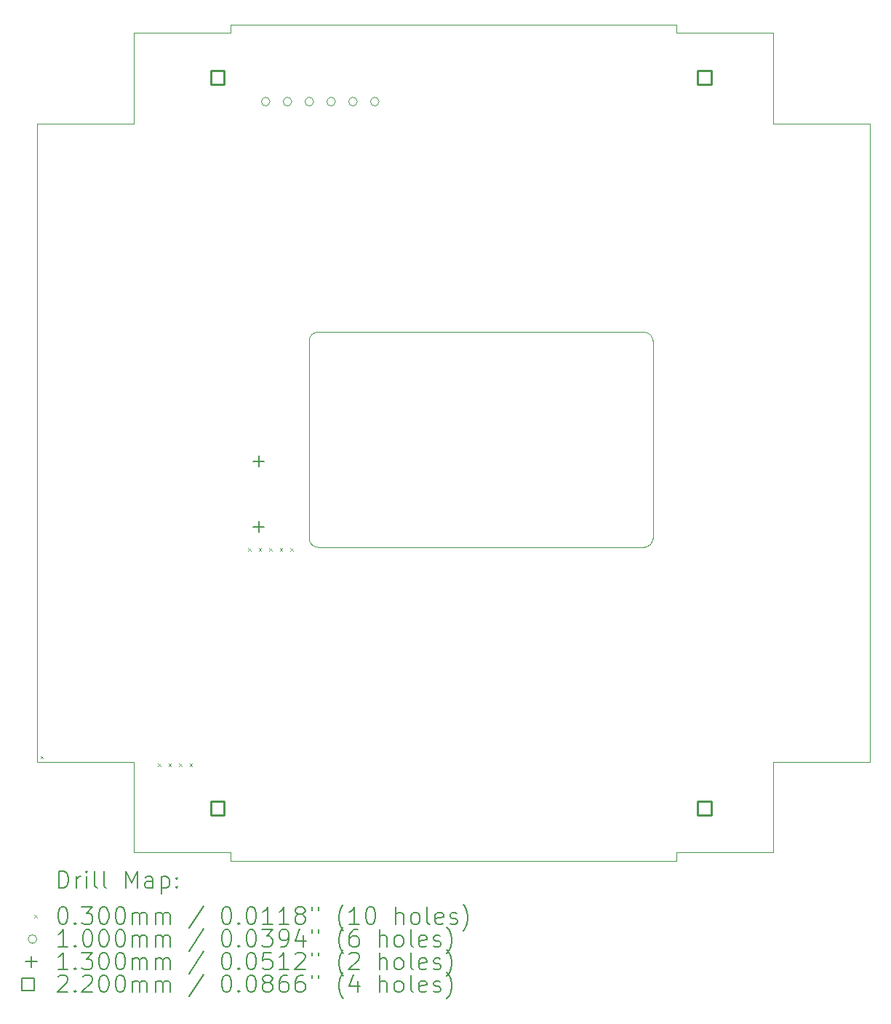
<source format=gbr>
%FSLAX45Y45*%
G04 Gerber Fmt 4.5, Leading zero omitted, Abs format (unit mm)*
G04 Created by KiCad (PCBNEW (6.0.5)) date 2022-08-19 16:14:11*
%MOMM*%
%LPD*%
G01*
G04 APERTURE LIST*
%TA.AperFunction,Profile*%
%ADD10C,0.050000*%
%TD*%
%ADD11C,0.200000*%
%ADD12C,0.030000*%
%ADD13C,0.100000*%
%ADD14C,0.130000*%
%ADD15C,0.220000*%
G04 APERTURE END LIST*
D10*
X12123800Y-4639920D02*
X10996400Y-4639920D01*
X17311000Y-4539920D02*
X12123800Y-4539920D01*
X18438400Y-5691480D02*
X18438400Y-4639920D01*
X13038000Y-10520000D02*
G75*
G03*
X13138000Y-10620000I100000J0D01*
G01*
X12123600Y-14272800D02*
X12123600Y-14172800D01*
X17038000Y-8220000D02*
G75*
G03*
X16938000Y-8120000I-100000J0D01*
G01*
X16938000Y-10620000D02*
G75*
G03*
X17038000Y-10520000I0J100000D01*
G01*
X12123800Y-4639920D02*
X12123800Y-4539920D01*
X16938000Y-10620000D02*
X13138000Y-10620000D01*
X12123600Y-14172800D02*
X10996200Y-14172800D01*
X18438200Y-14172800D02*
X17310800Y-14172800D01*
X19565600Y-13121240D02*
X19565800Y-5691480D01*
X10996200Y-14172800D02*
X10996200Y-13121240D01*
X9869000Y-5691480D02*
X9868800Y-13121240D01*
X17311000Y-4539920D02*
X17311000Y-4639920D01*
X10996400Y-5691480D02*
X9869000Y-5691480D01*
X19565800Y-5691480D02*
X18438400Y-5691480D01*
X18438400Y-4639920D02*
X17311000Y-4639920D01*
X17310800Y-14272800D02*
X12123600Y-14272800D01*
X13138000Y-8120000D02*
G75*
G03*
X13038000Y-8220000I0J-100000D01*
G01*
X17038000Y-8220000D02*
X17038000Y-10520000D01*
X19565600Y-13121240D02*
X18438200Y-13121240D01*
X10996400Y-5691480D02*
X10996400Y-4639920D01*
X10996200Y-13121240D02*
X9868800Y-13121240D01*
X17310800Y-14172800D02*
X17310800Y-14272800D01*
X16938000Y-8120000D02*
X13138000Y-8120000D01*
X13038000Y-8220000D02*
X13038000Y-10520000D01*
X18438200Y-14172800D02*
X18438200Y-13121240D01*
D11*
D12*
X9911000Y-13050000D02*
X9941000Y-13080000D01*
X9941000Y-13050000D02*
X9911000Y-13080000D01*
X11278000Y-13139480D02*
X11308000Y-13169480D01*
X11308000Y-13139480D02*
X11278000Y-13169480D01*
X11400400Y-13139480D02*
X11430400Y-13169480D01*
X11430400Y-13139480D02*
X11400400Y-13169480D01*
X11522800Y-13139480D02*
X11552800Y-13169480D01*
X11552800Y-13139480D02*
X11522800Y-13169480D01*
X11645200Y-13139480D02*
X11675200Y-13169480D01*
X11675200Y-13139480D02*
X11645200Y-13169480D01*
X12328200Y-10630280D02*
X12358200Y-10660280D01*
X12358200Y-10630280D02*
X12328200Y-10660280D01*
X12450600Y-10630280D02*
X12480600Y-10660280D01*
X12480600Y-10630280D02*
X12450600Y-10660280D01*
X12573000Y-10630280D02*
X12603000Y-10660280D01*
X12603000Y-10630280D02*
X12573000Y-10660280D01*
X12695400Y-10630280D02*
X12725400Y-10660280D01*
X12725400Y-10630280D02*
X12695400Y-10660280D01*
X12817800Y-10630280D02*
X12847800Y-10660280D01*
X12847800Y-10630280D02*
X12817800Y-10660280D01*
D13*
X12581000Y-5437000D02*
G75*
G03*
X12581000Y-5437000I-50000J0D01*
G01*
X12835000Y-5437000D02*
G75*
G03*
X12835000Y-5437000I-50000J0D01*
G01*
X13089000Y-5437000D02*
G75*
G03*
X13089000Y-5437000I-50000J0D01*
G01*
X13343000Y-5437000D02*
G75*
G03*
X13343000Y-5437000I-50000J0D01*
G01*
X13597000Y-5437000D02*
G75*
G03*
X13597000Y-5437000I-50000J0D01*
G01*
X13851000Y-5437000D02*
G75*
G03*
X13851000Y-5437000I-50000J0D01*
G01*
D14*
X12450000Y-9554000D02*
X12450000Y-9684000D01*
X12385000Y-9619000D02*
X12515000Y-9619000D01*
X12450000Y-10316000D02*
X12450000Y-10446000D01*
X12385000Y-10381000D02*
X12515000Y-10381000D01*
D15*
X12048582Y-5233583D02*
X12048582Y-5078018D01*
X11893017Y-5078018D01*
X11893017Y-5233583D01*
X12048582Y-5233583D01*
X12048582Y-13733582D02*
X12048582Y-13578017D01*
X11893017Y-13578017D01*
X11893017Y-13733582D01*
X12048582Y-13733582D01*
X17715983Y-5233583D02*
X17715983Y-5078018D01*
X17560418Y-5078018D01*
X17560418Y-5233583D01*
X17715983Y-5233583D01*
X17715983Y-13733582D02*
X17715983Y-13578017D01*
X17560418Y-13578017D01*
X17560418Y-13733582D01*
X17715983Y-13733582D01*
D11*
X10123919Y-14585776D02*
X10123919Y-14385776D01*
X10171538Y-14385776D01*
X10200110Y-14395300D01*
X10219157Y-14414348D01*
X10228681Y-14433395D01*
X10238205Y-14471490D01*
X10238205Y-14500062D01*
X10228681Y-14538157D01*
X10219157Y-14557205D01*
X10200110Y-14576252D01*
X10171538Y-14585776D01*
X10123919Y-14585776D01*
X10323919Y-14585776D02*
X10323919Y-14452443D01*
X10323919Y-14490538D02*
X10333443Y-14471490D01*
X10342967Y-14461967D01*
X10362014Y-14452443D01*
X10381062Y-14452443D01*
X10447729Y-14585776D02*
X10447729Y-14452443D01*
X10447729Y-14385776D02*
X10438205Y-14395300D01*
X10447729Y-14404824D01*
X10457252Y-14395300D01*
X10447729Y-14385776D01*
X10447729Y-14404824D01*
X10571538Y-14585776D02*
X10552490Y-14576252D01*
X10542967Y-14557205D01*
X10542967Y-14385776D01*
X10676300Y-14585776D02*
X10657252Y-14576252D01*
X10647729Y-14557205D01*
X10647729Y-14385776D01*
X10904871Y-14585776D02*
X10904871Y-14385776D01*
X10971538Y-14528633D01*
X11038205Y-14385776D01*
X11038205Y-14585776D01*
X11219157Y-14585776D02*
X11219157Y-14481014D01*
X11209633Y-14461967D01*
X11190586Y-14452443D01*
X11152490Y-14452443D01*
X11133443Y-14461967D01*
X11219157Y-14576252D02*
X11200109Y-14585776D01*
X11152490Y-14585776D01*
X11133443Y-14576252D01*
X11123919Y-14557205D01*
X11123919Y-14538157D01*
X11133443Y-14519109D01*
X11152490Y-14509586D01*
X11200109Y-14509586D01*
X11219157Y-14500062D01*
X11314395Y-14452443D02*
X11314395Y-14652443D01*
X11314395Y-14461967D02*
X11333443Y-14452443D01*
X11371538Y-14452443D01*
X11390586Y-14461967D01*
X11400109Y-14471490D01*
X11409633Y-14490538D01*
X11409633Y-14547681D01*
X11400109Y-14566728D01*
X11390586Y-14576252D01*
X11371538Y-14585776D01*
X11333443Y-14585776D01*
X11314395Y-14576252D01*
X11495348Y-14566728D02*
X11504871Y-14576252D01*
X11495348Y-14585776D01*
X11485824Y-14576252D01*
X11495348Y-14566728D01*
X11495348Y-14585776D01*
X11495348Y-14461967D02*
X11504871Y-14471490D01*
X11495348Y-14481014D01*
X11485824Y-14471490D01*
X11495348Y-14461967D01*
X11495348Y-14481014D01*
D12*
X9836300Y-14900300D02*
X9866300Y-14930300D01*
X9866300Y-14900300D02*
X9836300Y-14930300D01*
D11*
X10162014Y-14805776D02*
X10181062Y-14805776D01*
X10200110Y-14815300D01*
X10209633Y-14824824D01*
X10219157Y-14843871D01*
X10228681Y-14881967D01*
X10228681Y-14929586D01*
X10219157Y-14967681D01*
X10209633Y-14986728D01*
X10200110Y-14996252D01*
X10181062Y-15005776D01*
X10162014Y-15005776D01*
X10142967Y-14996252D01*
X10133443Y-14986728D01*
X10123919Y-14967681D01*
X10114395Y-14929586D01*
X10114395Y-14881967D01*
X10123919Y-14843871D01*
X10133443Y-14824824D01*
X10142967Y-14815300D01*
X10162014Y-14805776D01*
X10314395Y-14986728D02*
X10323919Y-14996252D01*
X10314395Y-15005776D01*
X10304871Y-14996252D01*
X10314395Y-14986728D01*
X10314395Y-15005776D01*
X10390586Y-14805776D02*
X10514395Y-14805776D01*
X10447729Y-14881967D01*
X10476300Y-14881967D01*
X10495348Y-14891490D01*
X10504871Y-14901014D01*
X10514395Y-14920062D01*
X10514395Y-14967681D01*
X10504871Y-14986728D01*
X10495348Y-14996252D01*
X10476300Y-15005776D01*
X10419157Y-15005776D01*
X10400110Y-14996252D01*
X10390586Y-14986728D01*
X10638205Y-14805776D02*
X10657252Y-14805776D01*
X10676300Y-14815300D01*
X10685824Y-14824824D01*
X10695348Y-14843871D01*
X10704871Y-14881967D01*
X10704871Y-14929586D01*
X10695348Y-14967681D01*
X10685824Y-14986728D01*
X10676300Y-14996252D01*
X10657252Y-15005776D01*
X10638205Y-15005776D01*
X10619157Y-14996252D01*
X10609633Y-14986728D01*
X10600110Y-14967681D01*
X10590586Y-14929586D01*
X10590586Y-14881967D01*
X10600110Y-14843871D01*
X10609633Y-14824824D01*
X10619157Y-14815300D01*
X10638205Y-14805776D01*
X10828681Y-14805776D02*
X10847729Y-14805776D01*
X10866776Y-14815300D01*
X10876300Y-14824824D01*
X10885824Y-14843871D01*
X10895348Y-14881967D01*
X10895348Y-14929586D01*
X10885824Y-14967681D01*
X10876300Y-14986728D01*
X10866776Y-14996252D01*
X10847729Y-15005776D01*
X10828681Y-15005776D01*
X10809633Y-14996252D01*
X10800110Y-14986728D01*
X10790586Y-14967681D01*
X10781062Y-14929586D01*
X10781062Y-14881967D01*
X10790586Y-14843871D01*
X10800110Y-14824824D01*
X10809633Y-14815300D01*
X10828681Y-14805776D01*
X10981062Y-15005776D02*
X10981062Y-14872443D01*
X10981062Y-14891490D02*
X10990586Y-14881967D01*
X11009633Y-14872443D01*
X11038205Y-14872443D01*
X11057252Y-14881967D01*
X11066776Y-14901014D01*
X11066776Y-15005776D01*
X11066776Y-14901014D02*
X11076300Y-14881967D01*
X11095348Y-14872443D01*
X11123919Y-14872443D01*
X11142967Y-14881967D01*
X11152490Y-14901014D01*
X11152490Y-15005776D01*
X11247728Y-15005776D02*
X11247728Y-14872443D01*
X11247728Y-14891490D02*
X11257252Y-14881967D01*
X11276300Y-14872443D01*
X11304871Y-14872443D01*
X11323919Y-14881967D01*
X11333443Y-14901014D01*
X11333443Y-15005776D01*
X11333443Y-14901014D02*
X11342967Y-14881967D01*
X11362014Y-14872443D01*
X11390586Y-14872443D01*
X11409633Y-14881967D01*
X11419157Y-14901014D01*
X11419157Y-15005776D01*
X11809633Y-14796252D02*
X11638205Y-15053395D01*
X12066776Y-14805776D02*
X12085824Y-14805776D01*
X12104871Y-14815300D01*
X12114395Y-14824824D01*
X12123919Y-14843871D01*
X12133443Y-14881967D01*
X12133443Y-14929586D01*
X12123919Y-14967681D01*
X12114395Y-14986728D01*
X12104871Y-14996252D01*
X12085824Y-15005776D01*
X12066776Y-15005776D01*
X12047728Y-14996252D01*
X12038205Y-14986728D01*
X12028681Y-14967681D01*
X12019157Y-14929586D01*
X12019157Y-14881967D01*
X12028681Y-14843871D01*
X12038205Y-14824824D01*
X12047728Y-14815300D01*
X12066776Y-14805776D01*
X12219157Y-14986728D02*
X12228681Y-14996252D01*
X12219157Y-15005776D01*
X12209633Y-14996252D01*
X12219157Y-14986728D01*
X12219157Y-15005776D01*
X12352490Y-14805776D02*
X12371538Y-14805776D01*
X12390586Y-14815300D01*
X12400109Y-14824824D01*
X12409633Y-14843871D01*
X12419157Y-14881967D01*
X12419157Y-14929586D01*
X12409633Y-14967681D01*
X12400109Y-14986728D01*
X12390586Y-14996252D01*
X12371538Y-15005776D01*
X12352490Y-15005776D01*
X12333443Y-14996252D01*
X12323919Y-14986728D01*
X12314395Y-14967681D01*
X12304871Y-14929586D01*
X12304871Y-14881967D01*
X12314395Y-14843871D01*
X12323919Y-14824824D01*
X12333443Y-14815300D01*
X12352490Y-14805776D01*
X12609633Y-15005776D02*
X12495348Y-15005776D01*
X12552490Y-15005776D02*
X12552490Y-14805776D01*
X12533443Y-14834348D01*
X12514395Y-14853395D01*
X12495348Y-14862919D01*
X12800109Y-15005776D02*
X12685824Y-15005776D01*
X12742967Y-15005776D02*
X12742967Y-14805776D01*
X12723919Y-14834348D01*
X12704871Y-14853395D01*
X12685824Y-14862919D01*
X12914395Y-14891490D02*
X12895348Y-14881967D01*
X12885824Y-14872443D01*
X12876300Y-14853395D01*
X12876300Y-14843871D01*
X12885824Y-14824824D01*
X12895348Y-14815300D01*
X12914395Y-14805776D01*
X12952490Y-14805776D01*
X12971538Y-14815300D01*
X12981062Y-14824824D01*
X12990586Y-14843871D01*
X12990586Y-14853395D01*
X12981062Y-14872443D01*
X12971538Y-14881967D01*
X12952490Y-14891490D01*
X12914395Y-14891490D01*
X12895348Y-14901014D01*
X12885824Y-14910538D01*
X12876300Y-14929586D01*
X12876300Y-14967681D01*
X12885824Y-14986728D01*
X12895348Y-14996252D01*
X12914395Y-15005776D01*
X12952490Y-15005776D01*
X12971538Y-14996252D01*
X12981062Y-14986728D01*
X12990586Y-14967681D01*
X12990586Y-14929586D01*
X12981062Y-14910538D01*
X12971538Y-14901014D01*
X12952490Y-14891490D01*
X13066776Y-14805776D02*
X13066776Y-14843871D01*
X13142967Y-14805776D02*
X13142967Y-14843871D01*
X13438205Y-15081967D02*
X13428681Y-15072443D01*
X13409633Y-15043871D01*
X13400109Y-15024824D01*
X13390586Y-14996252D01*
X13381062Y-14948633D01*
X13381062Y-14910538D01*
X13390586Y-14862919D01*
X13400109Y-14834348D01*
X13409633Y-14815300D01*
X13428681Y-14786728D01*
X13438205Y-14777205D01*
X13619157Y-15005776D02*
X13504871Y-15005776D01*
X13562014Y-15005776D02*
X13562014Y-14805776D01*
X13542967Y-14834348D01*
X13523919Y-14853395D01*
X13504871Y-14862919D01*
X13742967Y-14805776D02*
X13762014Y-14805776D01*
X13781062Y-14815300D01*
X13790586Y-14824824D01*
X13800109Y-14843871D01*
X13809633Y-14881967D01*
X13809633Y-14929586D01*
X13800109Y-14967681D01*
X13790586Y-14986728D01*
X13781062Y-14996252D01*
X13762014Y-15005776D01*
X13742967Y-15005776D01*
X13723919Y-14996252D01*
X13714395Y-14986728D01*
X13704871Y-14967681D01*
X13695348Y-14929586D01*
X13695348Y-14881967D01*
X13704871Y-14843871D01*
X13714395Y-14824824D01*
X13723919Y-14815300D01*
X13742967Y-14805776D01*
X14047728Y-15005776D02*
X14047728Y-14805776D01*
X14133443Y-15005776D02*
X14133443Y-14901014D01*
X14123919Y-14881967D01*
X14104871Y-14872443D01*
X14076300Y-14872443D01*
X14057252Y-14881967D01*
X14047728Y-14891490D01*
X14257252Y-15005776D02*
X14238205Y-14996252D01*
X14228681Y-14986728D01*
X14219157Y-14967681D01*
X14219157Y-14910538D01*
X14228681Y-14891490D01*
X14238205Y-14881967D01*
X14257252Y-14872443D01*
X14285824Y-14872443D01*
X14304871Y-14881967D01*
X14314395Y-14891490D01*
X14323919Y-14910538D01*
X14323919Y-14967681D01*
X14314395Y-14986728D01*
X14304871Y-14996252D01*
X14285824Y-15005776D01*
X14257252Y-15005776D01*
X14438205Y-15005776D02*
X14419157Y-14996252D01*
X14409633Y-14977205D01*
X14409633Y-14805776D01*
X14590586Y-14996252D02*
X14571538Y-15005776D01*
X14533443Y-15005776D01*
X14514395Y-14996252D01*
X14504871Y-14977205D01*
X14504871Y-14901014D01*
X14514395Y-14881967D01*
X14533443Y-14872443D01*
X14571538Y-14872443D01*
X14590586Y-14881967D01*
X14600109Y-14901014D01*
X14600109Y-14920062D01*
X14504871Y-14939109D01*
X14676300Y-14996252D02*
X14695348Y-15005776D01*
X14733443Y-15005776D01*
X14752490Y-14996252D01*
X14762014Y-14977205D01*
X14762014Y-14967681D01*
X14752490Y-14948633D01*
X14733443Y-14939109D01*
X14704871Y-14939109D01*
X14685824Y-14929586D01*
X14676300Y-14910538D01*
X14676300Y-14901014D01*
X14685824Y-14881967D01*
X14704871Y-14872443D01*
X14733443Y-14872443D01*
X14752490Y-14881967D01*
X14828681Y-15081967D02*
X14838205Y-15072443D01*
X14857252Y-15043871D01*
X14866776Y-15024824D01*
X14876300Y-14996252D01*
X14885824Y-14948633D01*
X14885824Y-14910538D01*
X14876300Y-14862919D01*
X14866776Y-14834348D01*
X14857252Y-14815300D01*
X14838205Y-14786728D01*
X14828681Y-14777205D01*
D13*
X9866300Y-15179300D02*
G75*
G03*
X9866300Y-15179300I-50000J0D01*
G01*
D11*
X10228681Y-15269776D02*
X10114395Y-15269776D01*
X10171538Y-15269776D02*
X10171538Y-15069776D01*
X10152490Y-15098348D01*
X10133443Y-15117395D01*
X10114395Y-15126919D01*
X10314395Y-15250728D02*
X10323919Y-15260252D01*
X10314395Y-15269776D01*
X10304871Y-15260252D01*
X10314395Y-15250728D01*
X10314395Y-15269776D01*
X10447729Y-15069776D02*
X10466776Y-15069776D01*
X10485824Y-15079300D01*
X10495348Y-15088824D01*
X10504871Y-15107871D01*
X10514395Y-15145967D01*
X10514395Y-15193586D01*
X10504871Y-15231681D01*
X10495348Y-15250728D01*
X10485824Y-15260252D01*
X10466776Y-15269776D01*
X10447729Y-15269776D01*
X10428681Y-15260252D01*
X10419157Y-15250728D01*
X10409633Y-15231681D01*
X10400110Y-15193586D01*
X10400110Y-15145967D01*
X10409633Y-15107871D01*
X10419157Y-15088824D01*
X10428681Y-15079300D01*
X10447729Y-15069776D01*
X10638205Y-15069776D02*
X10657252Y-15069776D01*
X10676300Y-15079300D01*
X10685824Y-15088824D01*
X10695348Y-15107871D01*
X10704871Y-15145967D01*
X10704871Y-15193586D01*
X10695348Y-15231681D01*
X10685824Y-15250728D01*
X10676300Y-15260252D01*
X10657252Y-15269776D01*
X10638205Y-15269776D01*
X10619157Y-15260252D01*
X10609633Y-15250728D01*
X10600110Y-15231681D01*
X10590586Y-15193586D01*
X10590586Y-15145967D01*
X10600110Y-15107871D01*
X10609633Y-15088824D01*
X10619157Y-15079300D01*
X10638205Y-15069776D01*
X10828681Y-15069776D02*
X10847729Y-15069776D01*
X10866776Y-15079300D01*
X10876300Y-15088824D01*
X10885824Y-15107871D01*
X10895348Y-15145967D01*
X10895348Y-15193586D01*
X10885824Y-15231681D01*
X10876300Y-15250728D01*
X10866776Y-15260252D01*
X10847729Y-15269776D01*
X10828681Y-15269776D01*
X10809633Y-15260252D01*
X10800110Y-15250728D01*
X10790586Y-15231681D01*
X10781062Y-15193586D01*
X10781062Y-15145967D01*
X10790586Y-15107871D01*
X10800110Y-15088824D01*
X10809633Y-15079300D01*
X10828681Y-15069776D01*
X10981062Y-15269776D02*
X10981062Y-15136443D01*
X10981062Y-15155490D02*
X10990586Y-15145967D01*
X11009633Y-15136443D01*
X11038205Y-15136443D01*
X11057252Y-15145967D01*
X11066776Y-15165014D01*
X11066776Y-15269776D01*
X11066776Y-15165014D02*
X11076300Y-15145967D01*
X11095348Y-15136443D01*
X11123919Y-15136443D01*
X11142967Y-15145967D01*
X11152490Y-15165014D01*
X11152490Y-15269776D01*
X11247728Y-15269776D02*
X11247728Y-15136443D01*
X11247728Y-15155490D02*
X11257252Y-15145967D01*
X11276300Y-15136443D01*
X11304871Y-15136443D01*
X11323919Y-15145967D01*
X11333443Y-15165014D01*
X11333443Y-15269776D01*
X11333443Y-15165014D02*
X11342967Y-15145967D01*
X11362014Y-15136443D01*
X11390586Y-15136443D01*
X11409633Y-15145967D01*
X11419157Y-15165014D01*
X11419157Y-15269776D01*
X11809633Y-15060252D02*
X11638205Y-15317395D01*
X12066776Y-15069776D02*
X12085824Y-15069776D01*
X12104871Y-15079300D01*
X12114395Y-15088824D01*
X12123919Y-15107871D01*
X12133443Y-15145967D01*
X12133443Y-15193586D01*
X12123919Y-15231681D01*
X12114395Y-15250728D01*
X12104871Y-15260252D01*
X12085824Y-15269776D01*
X12066776Y-15269776D01*
X12047728Y-15260252D01*
X12038205Y-15250728D01*
X12028681Y-15231681D01*
X12019157Y-15193586D01*
X12019157Y-15145967D01*
X12028681Y-15107871D01*
X12038205Y-15088824D01*
X12047728Y-15079300D01*
X12066776Y-15069776D01*
X12219157Y-15250728D02*
X12228681Y-15260252D01*
X12219157Y-15269776D01*
X12209633Y-15260252D01*
X12219157Y-15250728D01*
X12219157Y-15269776D01*
X12352490Y-15069776D02*
X12371538Y-15069776D01*
X12390586Y-15079300D01*
X12400109Y-15088824D01*
X12409633Y-15107871D01*
X12419157Y-15145967D01*
X12419157Y-15193586D01*
X12409633Y-15231681D01*
X12400109Y-15250728D01*
X12390586Y-15260252D01*
X12371538Y-15269776D01*
X12352490Y-15269776D01*
X12333443Y-15260252D01*
X12323919Y-15250728D01*
X12314395Y-15231681D01*
X12304871Y-15193586D01*
X12304871Y-15145967D01*
X12314395Y-15107871D01*
X12323919Y-15088824D01*
X12333443Y-15079300D01*
X12352490Y-15069776D01*
X12485824Y-15069776D02*
X12609633Y-15069776D01*
X12542967Y-15145967D01*
X12571538Y-15145967D01*
X12590586Y-15155490D01*
X12600109Y-15165014D01*
X12609633Y-15184062D01*
X12609633Y-15231681D01*
X12600109Y-15250728D01*
X12590586Y-15260252D01*
X12571538Y-15269776D01*
X12514395Y-15269776D01*
X12495348Y-15260252D01*
X12485824Y-15250728D01*
X12704871Y-15269776D02*
X12742967Y-15269776D01*
X12762014Y-15260252D01*
X12771538Y-15250728D01*
X12790586Y-15222157D01*
X12800109Y-15184062D01*
X12800109Y-15107871D01*
X12790586Y-15088824D01*
X12781062Y-15079300D01*
X12762014Y-15069776D01*
X12723919Y-15069776D01*
X12704871Y-15079300D01*
X12695348Y-15088824D01*
X12685824Y-15107871D01*
X12685824Y-15155490D01*
X12695348Y-15174538D01*
X12704871Y-15184062D01*
X12723919Y-15193586D01*
X12762014Y-15193586D01*
X12781062Y-15184062D01*
X12790586Y-15174538D01*
X12800109Y-15155490D01*
X12971538Y-15136443D02*
X12971538Y-15269776D01*
X12923919Y-15060252D02*
X12876300Y-15203109D01*
X13000109Y-15203109D01*
X13066776Y-15069776D02*
X13066776Y-15107871D01*
X13142967Y-15069776D02*
X13142967Y-15107871D01*
X13438205Y-15345967D02*
X13428681Y-15336443D01*
X13409633Y-15307871D01*
X13400109Y-15288824D01*
X13390586Y-15260252D01*
X13381062Y-15212633D01*
X13381062Y-15174538D01*
X13390586Y-15126919D01*
X13400109Y-15098348D01*
X13409633Y-15079300D01*
X13428681Y-15050728D01*
X13438205Y-15041205D01*
X13600109Y-15069776D02*
X13562014Y-15069776D01*
X13542967Y-15079300D01*
X13533443Y-15088824D01*
X13514395Y-15117395D01*
X13504871Y-15155490D01*
X13504871Y-15231681D01*
X13514395Y-15250728D01*
X13523919Y-15260252D01*
X13542967Y-15269776D01*
X13581062Y-15269776D01*
X13600109Y-15260252D01*
X13609633Y-15250728D01*
X13619157Y-15231681D01*
X13619157Y-15184062D01*
X13609633Y-15165014D01*
X13600109Y-15155490D01*
X13581062Y-15145967D01*
X13542967Y-15145967D01*
X13523919Y-15155490D01*
X13514395Y-15165014D01*
X13504871Y-15184062D01*
X13857252Y-15269776D02*
X13857252Y-15069776D01*
X13942967Y-15269776D02*
X13942967Y-15165014D01*
X13933443Y-15145967D01*
X13914395Y-15136443D01*
X13885824Y-15136443D01*
X13866776Y-15145967D01*
X13857252Y-15155490D01*
X14066776Y-15269776D02*
X14047728Y-15260252D01*
X14038205Y-15250728D01*
X14028681Y-15231681D01*
X14028681Y-15174538D01*
X14038205Y-15155490D01*
X14047728Y-15145967D01*
X14066776Y-15136443D01*
X14095348Y-15136443D01*
X14114395Y-15145967D01*
X14123919Y-15155490D01*
X14133443Y-15174538D01*
X14133443Y-15231681D01*
X14123919Y-15250728D01*
X14114395Y-15260252D01*
X14095348Y-15269776D01*
X14066776Y-15269776D01*
X14247728Y-15269776D02*
X14228681Y-15260252D01*
X14219157Y-15241205D01*
X14219157Y-15069776D01*
X14400109Y-15260252D02*
X14381062Y-15269776D01*
X14342967Y-15269776D01*
X14323919Y-15260252D01*
X14314395Y-15241205D01*
X14314395Y-15165014D01*
X14323919Y-15145967D01*
X14342967Y-15136443D01*
X14381062Y-15136443D01*
X14400109Y-15145967D01*
X14409633Y-15165014D01*
X14409633Y-15184062D01*
X14314395Y-15203109D01*
X14485824Y-15260252D02*
X14504871Y-15269776D01*
X14542967Y-15269776D01*
X14562014Y-15260252D01*
X14571538Y-15241205D01*
X14571538Y-15231681D01*
X14562014Y-15212633D01*
X14542967Y-15203109D01*
X14514395Y-15203109D01*
X14495348Y-15193586D01*
X14485824Y-15174538D01*
X14485824Y-15165014D01*
X14495348Y-15145967D01*
X14514395Y-15136443D01*
X14542967Y-15136443D01*
X14562014Y-15145967D01*
X14638205Y-15345967D02*
X14647728Y-15336443D01*
X14666776Y-15307871D01*
X14676300Y-15288824D01*
X14685824Y-15260252D01*
X14695348Y-15212633D01*
X14695348Y-15174538D01*
X14685824Y-15126919D01*
X14676300Y-15098348D01*
X14666776Y-15079300D01*
X14647728Y-15050728D01*
X14638205Y-15041205D01*
D14*
X9801300Y-15378300D02*
X9801300Y-15508300D01*
X9736300Y-15443300D02*
X9866300Y-15443300D01*
D11*
X10228681Y-15533776D02*
X10114395Y-15533776D01*
X10171538Y-15533776D02*
X10171538Y-15333776D01*
X10152490Y-15362348D01*
X10133443Y-15381395D01*
X10114395Y-15390919D01*
X10314395Y-15514728D02*
X10323919Y-15524252D01*
X10314395Y-15533776D01*
X10304871Y-15524252D01*
X10314395Y-15514728D01*
X10314395Y-15533776D01*
X10390586Y-15333776D02*
X10514395Y-15333776D01*
X10447729Y-15409967D01*
X10476300Y-15409967D01*
X10495348Y-15419490D01*
X10504871Y-15429014D01*
X10514395Y-15448062D01*
X10514395Y-15495681D01*
X10504871Y-15514728D01*
X10495348Y-15524252D01*
X10476300Y-15533776D01*
X10419157Y-15533776D01*
X10400110Y-15524252D01*
X10390586Y-15514728D01*
X10638205Y-15333776D02*
X10657252Y-15333776D01*
X10676300Y-15343300D01*
X10685824Y-15352824D01*
X10695348Y-15371871D01*
X10704871Y-15409967D01*
X10704871Y-15457586D01*
X10695348Y-15495681D01*
X10685824Y-15514728D01*
X10676300Y-15524252D01*
X10657252Y-15533776D01*
X10638205Y-15533776D01*
X10619157Y-15524252D01*
X10609633Y-15514728D01*
X10600110Y-15495681D01*
X10590586Y-15457586D01*
X10590586Y-15409967D01*
X10600110Y-15371871D01*
X10609633Y-15352824D01*
X10619157Y-15343300D01*
X10638205Y-15333776D01*
X10828681Y-15333776D02*
X10847729Y-15333776D01*
X10866776Y-15343300D01*
X10876300Y-15352824D01*
X10885824Y-15371871D01*
X10895348Y-15409967D01*
X10895348Y-15457586D01*
X10885824Y-15495681D01*
X10876300Y-15514728D01*
X10866776Y-15524252D01*
X10847729Y-15533776D01*
X10828681Y-15533776D01*
X10809633Y-15524252D01*
X10800110Y-15514728D01*
X10790586Y-15495681D01*
X10781062Y-15457586D01*
X10781062Y-15409967D01*
X10790586Y-15371871D01*
X10800110Y-15352824D01*
X10809633Y-15343300D01*
X10828681Y-15333776D01*
X10981062Y-15533776D02*
X10981062Y-15400443D01*
X10981062Y-15419490D02*
X10990586Y-15409967D01*
X11009633Y-15400443D01*
X11038205Y-15400443D01*
X11057252Y-15409967D01*
X11066776Y-15429014D01*
X11066776Y-15533776D01*
X11066776Y-15429014D02*
X11076300Y-15409967D01*
X11095348Y-15400443D01*
X11123919Y-15400443D01*
X11142967Y-15409967D01*
X11152490Y-15429014D01*
X11152490Y-15533776D01*
X11247728Y-15533776D02*
X11247728Y-15400443D01*
X11247728Y-15419490D02*
X11257252Y-15409967D01*
X11276300Y-15400443D01*
X11304871Y-15400443D01*
X11323919Y-15409967D01*
X11333443Y-15429014D01*
X11333443Y-15533776D01*
X11333443Y-15429014D02*
X11342967Y-15409967D01*
X11362014Y-15400443D01*
X11390586Y-15400443D01*
X11409633Y-15409967D01*
X11419157Y-15429014D01*
X11419157Y-15533776D01*
X11809633Y-15324252D02*
X11638205Y-15581395D01*
X12066776Y-15333776D02*
X12085824Y-15333776D01*
X12104871Y-15343300D01*
X12114395Y-15352824D01*
X12123919Y-15371871D01*
X12133443Y-15409967D01*
X12133443Y-15457586D01*
X12123919Y-15495681D01*
X12114395Y-15514728D01*
X12104871Y-15524252D01*
X12085824Y-15533776D01*
X12066776Y-15533776D01*
X12047728Y-15524252D01*
X12038205Y-15514728D01*
X12028681Y-15495681D01*
X12019157Y-15457586D01*
X12019157Y-15409967D01*
X12028681Y-15371871D01*
X12038205Y-15352824D01*
X12047728Y-15343300D01*
X12066776Y-15333776D01*
X12219157Y-15514728D02*
X12228681Y-15524252D01*
X12219157Y-15533776D01*
X12209633Y-15524252D01*
X12219157Y-15514728D01*
X12219157Y-15533776D01*
X12352490Y-15333776D02*
X12371538Y-15333776D01*
X12390586Y-15343300D01*
X12400109Y-15352824D01*
X12409633Y-15371871D01*
X12419157Y-15409967D01*
X12419157Y-15457586D01*
X12409633Y-15495681D01*
X12400109Y-15514728D01*
X12390586Y-15524252D01*
X12371538Y-15533776D01*
X12352490Y-15533776D01*
X12333443Y-15524252D01*
X12323919Y-15514728D01*
X12314395Y-15495681D01*
X12304871Y-15457586D01*
X12304871Y-15409967D01*
X12314395Y-15371871D01*
X12323919Y-15352824D01*
X12333443Y-15343300D01*
X12352490Y-15333776D01*
X12600109Y-15333776D02*
X12504871Y-15333776D01*
X12495348Y-15429014D01*
X12504871Y-15419490D01*
X12523919Y-15409967D01*
X12571538Y-15409967D01*
X12590586Y-15419490D01*
X12600109Y-15429014D01*
X12609633Y-15448062D01*
X12609633Y-15495681D01*
X12600109Y-15514728D01*
X12590586Y-15524252D01*
X12571538Y-15533776D01*
X12523919Y-15533776D01*
X12504871Y-15524252D01*
X12495348Y-15514728D01*
X12800109Y-15533776D02*
X12685824Y-15533776D01*
X12742967Y-15533776D02*
X12742967Y-15333776D01*
X12723919Y-15362348D01*
X12704871Y-15381395D01*
X12685824Y-15390919D01*
X12876300Y-15352824D02*
X12885824Y-15343300D01*
X12904871Y-15333776D01*
X12952490Y-15333776D01*
X12971538Y-15343300D01*
X12981062Y-15352824D01*
X12990586Y-15371871D01*
X12990586Y-15390919D01*
X12981062Y-15419490D01*
X12866776Y-15533776D01*
X12990586Y-15533776D01*
X13066776Y-15333776D02*
X13066776Y-15371871D01*
X13142967Y-15333776D02*
X13142967Y-15371871D01*
X13438205Y-15609967D02*
X13428681Y-15600443D01*
X13409633Y-15571871D01*
X13400109Y-15552824D01*
X13390586Y-15524252D01*
X13381062Y-15476633D01*
X13381062Y-15438538D01*
X13390586Y-15390919D01*
X13400109Y-15362348D01*
X13409633Y-15343300D01*
X13428681Y-15314728D01*
X13438205Y-15305205D01*
X13504871Y-15352824D02*
X13514395Y-15343300D01*
X13533443Y-15333776D01*
X13581062Y-15333776D01*
X13600109Y-15343300D01*
X13609633Y-15352824D01*
X13619157Y-15371871D01*
X13619157Y-15390919D01*
X13609633Y-15419490D01*
X13495348Y-15533776D01*
X13619157Y-15533776D01*
X13857252Y-15533776D02*
X13857252Y-15333776D01*
X13942967Y-15533776D02*
X13942967Y-15429014D01*
X13933443Y-15409967D01*
X13914395Y-15400443D01*
X13885824Y-15400443D01*
X13866776Y-15409967D01*
X13857252Y-15419490D01*
X14066776Y-15533776D02*
X14047728Y-15524252D01*
X14038205Y-15514728D01*
X14028681Y-15495681D01*
X14028681Y-15438538D01*
X14038205Y-15419490D01*
X14047728Y-15409967D01*
X14066776Y-15400443D01*
X14095348Y-15400443D01*
X14114395Y-15409967D01*
X14123919Y-15419490D01*
X14133443Y-15438538D01*
X14133443Y-15495681D01*
X14123919Y-15514728D01*
X14114395Y-15524252D01*
X14095348Y-15533776D01*
X14066776Y-15533776D01*
X14247728Y-15533776D02*
X14228681Y-15524252D01*
X14219157Y-15505205D01*
X14219157Y-15333776D01*
X14400109Y-15524252D02*
X14381062Y-15533776D01*
X14342967Y-15533776D01*
X14323919Y-15524252D01*
X14314395Y-15505205D01*
X14314395Y-15429014D01*
X14323919Y-15409967D01*
X14342967Y-15400443D01*
X14381062Y-15400443D01*
X14400109Y-15409967D01*
X14409633Y-15429014D01*
X14409633Y-15448062D01*
X14314395Y-15467109D01*
X14485824Y-15524252D02*
X14504871Y-15533776D01*
X14542967Y-15533776D01*
X14562014Y-15524252D01*
X14571538Y-15505205D01*
X14571538Y-15495681D01*
X14562014Y-15476633D01*
X14542967Y-15467109D01*
X14514395Y-15467109D01*
X14495348Y-15457586D01*
X14485824Y-15438538D01*
X14485824Y-15429014D01*
X14495348Y-15409967D01*
X14514395Y-15400443D01*
X14542967Y-15400443D01*
X14562014Y-15409967D01*
X14638205Y-15609967D02*
X14647728Y-15600443D01*
X14666776Y-15571871D01*
X14676300Y-15552824D01*
X14685824Y-15524252D01*
X14695348Y-15476633D01*
X14695348Y-15438538D01*
X14685824Y-15390919D01*
X14676300Y-15362348D01*
X14666776Y-15343300D01*
X14647728Y-15314728D01*
X14638205Y-15305205D01*
X9837011Y-15778011D02*
X9837011Y-15636589D01*
X9695589Y-15636589D01*
X9695589Y-15778011D01*
X9837011Y-15778011D01*
X10114395Y-15616824D02*
X10123919Y-15607300D01*
X10142967Y-15597776D01*
X10190586Y-15597776D01*
X10209633Y-15607300D01*
X10219157Y-15616824D01*
X10228681Y-15635871D01*
X10228681Y-15654919D01*
X10219157Y-15683490D01*
X10104871Y-15797776D01*
X10228681Y-15797776D01*
X10314395Y-15778728D02*
X10323919Y-15788252D01*
X10314395Y-15797776D01*
X10304871Y-15788252D01*
X10314395Y-15778728D01*
X10314395Y-15797776D01*
X10400110Y-15616824D02*
X10409633Y-15607300D01*
X10428681Y-15597776D01*
X10476300Y-15597776D01*
X10495348Y-15607300D01*
X10504871Y-15616824D01*
X10514395Y-15635871D01*
X10514395Y-15654919D01*
X10504871Y-15683490D01*
X10390586Y-15797776D01*
X10514395Y-15797776D01*
X10638205Y-15597776D02*
X10657252Y-15597776D01*
X10676300Y-15607300D01*
X10685824Y-15616824D01*
X10695348Y-15635871D01*
X10704871Y-15673967D01*
X10704871Y-15721586D01*
X10695348Y-15759681D01*
X10685824Y-15778728D01*
X10676300Y-15788252D01*
X10657252Y-15797776D01*
X10638205Y-15797776D01*
X10619157Y-15788252D01*
X10609633Y-15778728D01*
X10600110Y-15759681D01*
X10590586Y-15721586D01*
X10590586Y-15673967D01*
X10600110Y-15635871D01*
X10609633Y-15616824D01*
X10619157Y-15607300D01*
X10638205Y-15597776D01*
X10828681Y-15597776D02*
X10847729Y-15597776D01*
X10866776Y-15607300D01*
X10876300Y-15616824D01*
X10885824Y-15635871D01*
X10895348Y-15673967D01*
X10895348Y-15721586D01*
X10885824Y-15759681D01*
X10876300Y-15778728D01*
X10866776Y-15788252D01*
X10847729Y-15797776D01*
X10828681Y-15797776D01*
X10809633Y-15788252D01*
X10800110Y-15778728D01*
X10790586Y-15759681D01*
X10781062Y-15721586D01*
X10781062Y-15673967D01*
X10790586Y-15635871D01*
X10800110Y-15616824D01*
X10809633Y-15607300D01*
X10828681Y-15597776D01*
X10981062Y-15797776D02*
X10981062Y-15664443D01*
X10981062Y-15683490D02*
X10990586Y-15673967D01*
X11009633Y-15664443D01*
X11038205Y-15664443D01*
X11057252Y-15673967D01*
X11066776Y-15693014D01*
X11066776Y-15797776D01*
X11066776Y-15693014D02*
X11076300Y-15673967D01*
X11095348Y-15664443D01*
X11123919Y-15664443D01*
X11142967Y-15673967D01*
X11152490Y-15693014D01*
X11152490Y-15797776D01*
X11247728Y-15797776D02*
X11247728Y-15664443D01*
X11247728Y-15683490D02*
X11257252Y-15673967D01*
X11276300Y-15664443D01*
X11304871Y-15664443D01*
X11323919Y-15673967D01*
X11333443Y-15693014D01*
X11333443Y-15797776D01*
X11333443Y-15693014D02*
X11342967Y-15673967D01*
X11362014Y-15664443D01*
X11390586Y-15664443D01*
X11409633Y-15673967D01*
X11419157Y-15693014D01*
X11419157Y-15797776D01*
X11809633Y-15588252D02*
X11638205Y-15845395D01*
X12066776Y-15597776D02*
X12085824Y-15597776D01*
X12104871Y-15607300D01*
X12114395Y-15616824D01*
X12123919Y-15635871D01*
X12133443Y-15673967D01*
X12133443Y-15721586D01*
X12123919Y-15759681D01*
X12114395Y-15778728D01*
X12104871Y-15788252D01*
X12085824Y-15797776D01*
X12066776Y-15797776D01*
X12047728Y-15788252D01*
X12038205Y-15778728D01*
X12028681Y-15759681D01*
X12019157Y-15721586D01*
X12019157Y-15673967D01*
X12028681Y-15635871D01*
X12038205Y-15616824D01*
X12047728Y-15607300D01*
X12066776Y-15597776D01*
X12219157Y-15778728D02*
X12228681Y-15788252D01*
X12219157Y-15797776D01*
X12209633Y-15788252D01*
X12219157Y-15778728D01*
X12219157Y-15797776D01*
X12352490Y-15597776D02*
X12371538Y-15597776D01*
X12390586Y-15607300D01*
X12400109Y-15616824D01*
X12409633Y-15635871D01*
X12419157Y-15673967D01*
X12419157Y-15721586D01*
X12409633Y-15759681D01*
X12400109Y-15778728D01*
X12390586Y-15788252D01*
X12371538Y-15797776D01*
X12352490Y-15797776D01*
X12333443Y-15788252D01*
X12323919Y-15778728D01*
X12314395Y-15759681D01*
X12304871Y-15721586D01*
X12304871Y-15673967D01*
X12314395Y-15635871D01*
X12323919Y-15616824D01*
X12333443Y-15607300D01*
X12352490Y-15597776D01*
X12533443Y-15683490D02*
X12514395Y-15673967D01*
X12504871Y-15664443D01*
X12495348Y-15645395D01*
X12495348Y-15635871D01*
X12504871Y-15616824D01*
X12514395Y-15607300D01*
X12533443Y-15597776D01*
X12571538Y-15597776D01*
X12590586Y-15607300D01*
X12600109Y-15616824D01*
X12609633Y-15635871D01*
X12609633Y-15645395D01*
X12600109Y-15664443D01*
X12590586Y-15673967D01*
X12571538Y-15683490D01*
X12533443Y-15683490D01*
X12514395Y-15693014D01*
X12504871Y-15702538D01*
X12495348Y-15721586D01*
X12495348Y-15759681D01*
X12504871Y-15778728D01*
X12514395Y-15788252D01*
X12533443Y-15797776D01*
X12571538Y-15797776D01*
X12590586Y-15788252D01*
X12600109Y-15778728D01*
X12609633Y-15759681D01*
X12609633Y-15721586D01*
X12600109Y-15702538D01*
X12590586Y-15693014D01*
X12571538Y-15683490D01*
X12781062Y-15597776D02*
X12742967Y-15597776D01*
X12723919Y-15607300D01*
X12714395Y-15616824D01*
X12695348Y-15645395D01*
X12685824Y-15683490D01*
X12685824Y-15759681D01*
X12695348Y-15778728D01*
X12704871Y-15788252D01*
X12723919Y-15797776D01*
X12762014Y-15797776D01*
X12781062Y-15788252D01*
X12790586Y-15778728D01*
X12800109Y-15759681D01*
X12800109Y-15712062D01*
X12790586Y-15693014D01*
X12781062Y-15683490D01*
X12762014Y-15673967D01*
X12723919Y-15673967D01*
X12704871Y-15683490D01*
X12695348Y-15693014D01*
X12685824Y-15712062D01*
X12971538Y-15597776D02*
X12933443Y-15597776D01*
X12914395Y-15607300D01*
X12904871Y-15616824D01*
X12885824Y-15645395D01*
X12876300Y-15683490D01*
X12876300Y-15759681D01*
X12885824Y-15778728D01*
X12895348Y-15788252D01*
X12914395Y-15797776D01*
X12952490Y-15797776D01*
X12971538Y-15788252D01*
X12981062Y-15778728D01*
X12990586Y-15759681D01*
X12990586Y-15712062D01*
X12981062Y-15693014D01*
X12971538Y-15683490D01*
X12952490Y-15673967D01*
X12914395Y-15673967D01*
X12895348Y-15683490D01*
X12885824Y-15693014D01*
X12876300Y-15712062D01*
X13066776Y-15597776D02*
X13066776Y-15635871D01*
X13142967Y-15597776D02*
X13142967Y-15635871D01*
X13438205Y-15873967D02*
X13428681Y-15864443D01*
X13409633Y-15835871D01*
X13400109Y-15816824D01*
X13390586Y-15788252D01*
X13381062Y-15740633D01*
X13381062Y-15702538D01*
X13390586Y-15654919D01*
X13400109Y-15626348D01*
X13409633Y-15607300D01*
X13428681Y-15578728D01*
X13438205Y-15569205D01*
X13600109Y-15664443D02*
X13600109Y-15797776D01*
X13552490Y-15588252D02*
X13504871Y-15731109D01*
X13628681Y-15731109D01*
X13857252Y-15797776D02*
X13857252Y-15597776D01*
X13942967Y-15797776D02*
X13942967Y-15693014D01*
X13933443Y-15673967D01*
X13914395Y-15664443D01*
X13885824Y-15664443D01*
X13866776Y-15673967D01*
X13857252Y-15683490D01*
X14066776Y-15797776D02*
X14047728Y-15788252D01*
X14038205Y-15778728D01*
X14028681Y-15759681D01*
X14028681Y-15702538D01*
X14038205Y-15683490D01*
X14047728Y-15673967D01*
X14066776Y-15664443D01*
X14095348Y-15664443D01*
X14114395Y-15673967D01*
X14123919Y-15683490D01*
X14133443Y-15702538D01*
X14133443Y-15759681D01*
X14123919Y-15778728D01*
X14114395Y-15788252D01*
X14095348Y-15797776D01*
X14066776Y-15797776D01*
X14247728Y-15797776D02*
X14228681Y-15788252D01*
X14219157Y-15769205D01*
X14219157Y-15597776D01*
X14400109Y-15788252D02*
X14381062Y-15797776D01*
X14342967Y-15797776D01*
X14323919Y-15788252D01*
X14314395Y-15769205D01*
X14314395Y-15693014D01*
X14323919Y-15673967D01*
X14342967Y-15664443D01*
X14381062Y-15664443D01*
X14400109Y-15673967D01*
X14409633Y-15693014D01*
X14409633Y-15712062D01*
X14314395Y-15731109D01*
X14485824Y-15788252D02*
X14504871Y-15797776D01*
X14542967Y-15797776D01*
X14562014Y-15788252D01*
X14571538Y-15769205D01*
X14571538Y-15759681D01*
X14562014Y-15740633D01*
X14542967Y-15731109D01*
X14514395Y-15731109D01*
X14495348Y-15721586D01*
X14485824Y-15702538D01*
X14485824Y-15693014D01*
X14495348Y-15673967D01*
X14514395Y-15664443D01*
X14542967Y-15664443D01*
X14562014Y-15673967D01*
X14638205Y-15873967D02*
X14647728Y-15864443D01*
X14666776Y-15835871D01*
X14676300Y-15816824D01*
X14685824Y-15788252D01*
X14695348Y-15740633D01*
X14695348Y-15702538D01*
X14685824Y-15654919D01*
X14676300Y-15626348D01*
X14666776Y-15607300D01*
X14647728Y-15578728D01*
X14638205Y-15569205D01*
M02*

</source>
